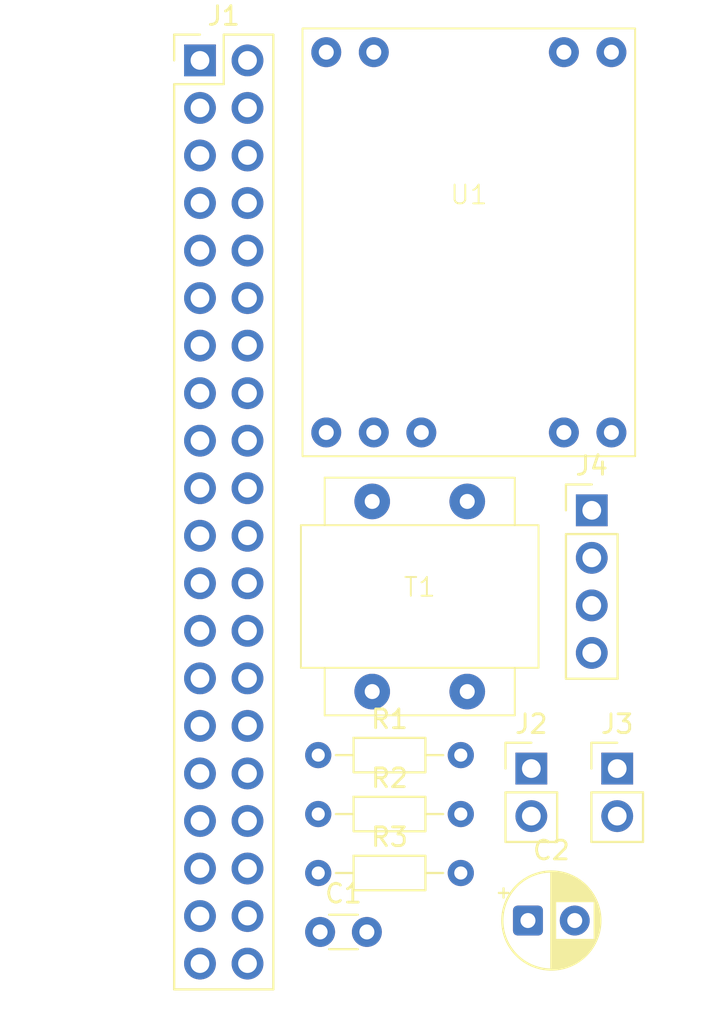
<source format=kicad_pcb>
(kicad_pcb (version 20241229) (generator "pcbnew") (generator_version "9.0")
  (layers (0 "F.Cu" signal) (2 "B.Cu" signal) (13 "F.Paste" user) (15 "B.Paste" user) (5 "F.SilkS" user "F.Silkscreen") (7 "B.SilkS" user "B.Silkscreen") (1 "F.Mask" user) (3 "B.Mask" user) (25 "Edge.Cuts" user))
  (net 0 "")
  (net 1 "GND")
  (net 2 "Net-(C1-Pad1)")
  (net 3 "Net-(U1-GND)_1")
  (net 5 "Net-(J1-Pin_18)")
  (net 14 "Net-(J1-Pin_16)")
  (net 22 "+5V")
  (net 43 "Net-(J2-Pin_1)")
  (net 44 "Net-(J3-Pin_2)")
  (net 45 "Net-(J3-Pin_1)")
  (net 46 "Net-(T1-SB)")
  (net 47 "Net-(U1-GND)")
  (net 48 "Net-(T1-SA)")
  (footprint "Resistor_THT:R_Axial_DIN0204_L3.6mm_D1.6mm_P7.62mm_Horizontal" (layer "F.Cu") (at 136.150225 115.214)
    (property "Reference" "R2" (at 3.81 -1.92 0) (layer "F.SilkS"))
    (property "Value" "R")
    (fp_line (start 0.94 0) (end 1.89 0) (stroke (width 0.12)) (layer "F.SilkS"))
    (fp_line (start 6.68 0) (end 5.73 0) (stroke (width 0.12)) (layer "F.SilkS"))
    (fp_rect (start 1.89 -0.92) (end 5.73 0.92) (stroke (width 0.12)) (fill no) (layer "F.SilkS"))
    (pad "1" thru_hole circle (at 0 0) (size 1.4 1.4) (drill 0.7) (layers "*.Cu" "*.Mask") (net 1 "GND"))
    (pad "2" thru_hole circle (at 7.62 0) (size 1.4 1.4) (drill 0.7) (layers "*.Cu" "*.Mask") (net 3 "Net-(U1-GND)_1"))
  )
  (footprint "Connector_PinHeader_2.54mm:PinHeader_1x02_P2.54mm_Vertical" (layer "F.Cu") (at 152.130225 112.784)
    (property "Reference" "J3" (at 0 -2.38 0) (layer "F.SilkS"))
    (property "Value" "Speaker")
    (fp_line (start -1.38 -1.38) (end 0 -1.38) (stroke (width 0.12)) (layer "F.SilkS"))
    (fp_line (start -1.38 0) (end -1.38 -1.38) (stroke (width 0.12)) (layer "F.SilkS"))
    (fp_line (start -1.38 1.27) (end -1.38 3.92) (stroke (width 0.12)) (layer "F.SilkS"))
    (fp_line (start -1.38 1.27) (end 1.38 1.27) (stroke (width 0.12)) (layer "F.SilkS"))
    (fp_line (start -1.38 3.92) (end 1.38 3.92) (stroke (width 0.12)) (layer "F.SilkS"))
    (fp_line (start 1.38 1.27) (end 1.38 3.92) (stroke (width 0.12)) (layer "F.SilkS"))
    (pad "1" thru_hole rect (at 0 0) (size 1.7 1.7) (drill 1) (layers "*.Cu" "*.Mask") (net 45 "Net-(J3-Pin_1)"))
    (pad "2" thru_hole circle (at 0 2.54) (size 1.7 1.7) (drill 1) (layers "*.Cu" "*.Mask") (net 44 "Net-(J3-Pin_2)"))
  )
  (footprint "JailLab:Audio Isolator" (layer "F.Cu") (at 141.575225 103.589)
    (property "Reference" "T1" (at 0 -0.5 0) (layer "F.SilkS") (effects (font (thickness 0.1))))
    (property "Value" "Audio_Isolator")
    (fp_line (start -6.35 -3.81) (end -6.35 -3.81) (stroke (width 0.1)) (layer "F.SilkS"))
    (fp_line (start -6.35 3.81) (end -6.35 -3.81) (stroke (width 0.1)) (layer "F.SilkS"))
    (fp_line (start -5.08 -6.35) (end 5.08 -6.35) (stroke (width 0.1)) (layer "F.SilkS"))
    (fp_line (start -5.08 -3.81) (end -5.08 -6.35) (stroke (width 0.1)) (layer "F.SilkS"))
    (fp_line (start -5.08 3.81) (end -5.08 6.35) (stroke (width 0.1)) (layer "F.SilkS"))
    (fp_line (start -5.08 6.35) (end 5.08 6.35) (stroke (width 0.1)) (layer "F.SilkS"))
    (fp_line (start 5.08 -6.35) (end 5.08 -3.81) (stroke (width 0.1)) (layer "F.SilkS"))
    (fp_line (start 5.08 6.35) (end 5.08 3.81) (stroke (width 0.1)) (layer "F.SilkS"))
    (fp_line (start 6.35 -3.81) (end -6.35 -3.81) (stroke (width 0.1)) (layer "F.SilkS"))
    (fp_line (start 6.35 -3.81) (end 6.35 -3.81) (stroke (width 0.1)) (layer "F.SilkS"))
    (fp_line (start 6.35 -3.81) (end 6.35 3.81) (stroke (width 0.1)) (layer "F.SilkS"))
    (fp_line (start 6.35 3.81) (end -6.35 3.81) (stroke (width 0.1)) (layer "F.SilkS"))
    (pad "1" thru_hole circle (at 2.54 -5.08) (size 1.905 1.905) (drill 0.8) (layers "*.Cu" "*.Mask") (net 14 "Net-(J1-Pin_16)"))
    (pad "2" thru_hole circle (at -2.54 -5.08) (size 1.905 1.905) (drill 0.8) (layers "*.Cu" "*.Mask") (net 1 "GND"))
    (pad "3" thru_hole circle (at -2.54 5.08) (size 1.905 1.905) (drill 0.8) (layers "*.Cu" "*.Mask") (net 48 "Net-(T1-SA)"))
    (pad "4" thru_hole circle (at 2.54 5.08) (size 1.905 1.905) (drill 0.8) (layers "*.Cu" "*.Mask") (net 46 "Net-(T1-SB)"))
  )
  (footprint "JailLab:PAM8403 Module" (layer "F.Cu") (at 144.200225 84.664)
    (property "Reference" "U1" (at 0 -2.54 0) (layer "F.SilkS") (effects (font (thickness 0.1))))
    (property "Value" "~")
    (fp_rect (start -8.89 -11.43) (end 8.89 11.43) (stroke (width 0.1)) (fill no) (layer "F.SilkS"))
    (pad "1" thru_hole circle (at -7.62 10.16) (size 1.6 1.6) (drill 0.8) (layers "*.Cu" "*.Mask") (net 3 "Net-(U1-GND)_1"))
    (pad "2" thru_hole circle (at -5.08 10.16) (size 1.6 1.6) (drill 0.8) (layers "*.Cu" "*.Mask") (net 48 "Net-(T1-SA)"))
    (pad "3" thru_hole circle (at -2.54 10.16) (size 1.6 1.6) (drill 0.8) (layers "*.Cu" "*.Mask"))
    (pad "4" thru_hole circle (at 5.08 10.16) (size 1.6 1.6) (drill 0.8) (layers "*.Cu" "*.Mask") (net 22 "+5V"))
    (pad "5" thru_hole circle (at 7.62 10.16) (size 1.6 1.6) (drill 0.8) (layers "*.Cu" "*.Mask") (net 1 "GND"))
    (pad "6" thru_hole circle (at -7.62 -10.16) (size 1.6 1.6) (drill 0.8) (layers "*.Cu" "*.Mask") (net 44 "Net-(J3-Pin_2)"))
    (pad "7" thru_hole circle (at -5.08 -10.16) (size 1.6 1.6) (drill 0.8) (layers "*.Cu" "*.Mask") (net 47 "Net-(U1-GND)"))
    (pad "8" thru_hole circle (at 5.08 -10.16) (size 1.6 1.6) (drill 0.8) (layers "*.Cu" "*.Mask"))
    (pad "9" thru_hole circle (at 7.62 -10.16) (size 1.6 1.6) (drill 0.8) (layers "*.Cu" "*.Mask"))
  )
  (footprint "Connector_PinHeader_2.54mm:PinHeader_1x04_P2.54mm_Vertical" (layer "F.Cu") (at 150.770225 98.984)
    (property "Reference" "J4" (at 0 -2.38 0) (layer "F.SilkS"))
    (property "Value" "To Video Module")
    (fp_line (start -1.38 -1.38) (end 0 -1.38) (stroke (width 0.12)) (layer "F.SilkS"))
    (fp_line (start -1.38 0) (end -1.38 -1.38) (stroke (width 0.12)) (layer "F.SilkS"))
    (fp_line (start -1.38 1.27) (end -1.38 9) (stroke (width 0.12)) (layer "F.SilkS"))
    (fp_line (start -1.38 1.27) (end 1.38 1.27) (stroke (width 0.12)) (layer "F.SilkS"))
    (fp_line (start -1.38 9) (end 1.38 9) (stroke (width 0.12)) (layer "F.SilkS"))
    (fp_line (start 1.38 1.27) (end 1.38 9) (stroke (width 0.12)) (layer "F.SilkS"))
    (pad "1" thru_hole rect (at 0 0) (size 1.7 1.7) (drill 1) (layers "*.Cu" "*.Mask") (net 22 "+5V"))
    (pad "2" thru_hole circle (at 0 2.54) (size 1.7 1.7) (drill 1) (layers "*.Cu" "*.Mask") (net 5 "Net-(J1-Pin_18)"))
    (pad "3" thru_hole circle (at 0 5.08) (size 1.7 1.7) (drill 1) (layers "*.Cu" "*.Mask") (net 1 "GND"))
    (pad "4" thru_hole circle (at 0 7.62) (size 1.7 1.7) (drill 1) (layers "*.Cu" "*.Mask") (net 43 "Net-(J2-Pin_1)"))
  )
  (footprint "Resistor_THT:R_Axial_DIN0204_L3.6mm_D1.6mm_P7.62mm_Horizontal" (layer "F.Cu") (at 136.150225 112.064)
    (property "Reference" "R1" (at 3.81 -1.92 0) (layer "F.SilkS"))
    (property "Value" "R")
    (fp_line (start 0.94 0) (end 1.89 0) (stroke (width 0.12)) (layer "F.SilkS"))
    (fp_line (start 6.68 0) (end 5.73 0) (stroke (width 0.12)) (layer "F.SilkS"))
    (fp_rect (start 1.89 -0.92) (end 5.73 0.92) (stroke (width 0.12)) (fill no) (layer "F.SilkS"))
    (pad "1" thru_hole circle (at 0 0) (size 1.4 1.4) (drill 0.7) (layers "*.Cu" "*.Mask") (net 46 "Net-(T1-SB)"))
    (pad "2" thru_hole circle (at 7.62 0) (size 1.4 1.4) (drill 0.7) (layers "*.Cu" "*.Mask") (net 2 "Net-(C1-Pad1)"))
  )
  (footprint "Connector_PinHeader_2.54mm:PinHeader_2x20_P2.54mm_Vertical" (layer "F.Cu") (at 129.830225 74.944)
    (property "Reference" "J1" (at 1.27 -2.38 0) (layer "F.SilkS"))
    (property "Value" "Conn_02x20_Counter_Clockwise")
    (fp_line (start -1.38 -1.38) (end 0 -1.38) (stroke (width 0.12)) (layer "F.SilkS"))
    (fp_line (start -1.38 0) (end -1.38 -1.38) (stroke (width 0.12)) (layer "F.SilkS"))
    (fp_line (start -1.38 1.27) (end -1.38 49.64) (stroke (width 0.12)) (layer "F.SilkS"))
    (fp_line (start -1.38 1.27) (end 1.27 1.27) (stroke (width 0.12)) (layer "F.SilkS"))
    (fp_line (start -1.38 49.64) (end 3.92 49.64) (stroke (width 0.12)) (layer "F.SilkS"))
    (fp_line (start 1.27 -1.38) (end 3.92 -1.38) (stroke (width 0.12)) (layer "F.SilkS"))
    (fp_line (start 1.27 1.27) (end 1.27 -1.38) (stroke (width 0.12)) (layer "F.SilkS"))
    (fp_line (start 3.92 -1.38) (end 3.92 49.64) (stroke (width 0.12)) (layer "F.SilkS"))
    (pad "1" thru_hole rect (at 0 0) (size 1.7 1.7) (drill 1) (layers "*.Cu" "*.Mask") (net 22 "+5V"))
    (pad "2" thru_hole circle (at 2.54 0) (size 1.7 1.7) (drill 1) (layers "*.Cu" "*.Mask"))
    (pad "3" thru_hole circle (at 0 2.54) (size 1.7 1.7) (drill 1) (layers "*.Cu" "*.Mask") (net 1 "GND"))
    (pad "4" thru_hole circle (at 2.54 2.54) (size 1.7 1.7) (drill 1) (layers "*.Cu" "*.Mask"))
    (pad "5" thru_hole circle (at 0 5.08) (size 1.7 1.7) (drill 1) (layers "*.Cu" "*.Mask"))
    (pad "6" thru_hole circle (at 2.54 5.08) (size 1.7 1.7) (drill 1) (layers "*.Cu" "*.Mask"))
    (pad "7" thru_hole circle (at 0 7.62) (size 1.7 1.7) (drill 1) (layers "*.Cu" "*.Mask"))
    (pad "8" thru_hole circle (at 2.54 7.62) (size 1.7 1.7) (drill 1) (layers "*.Cu" "*.Mask"))
    (pad "9" thru_hole circle (at 0 10.16) (size 1.7 1.7) (drill 1) (layers "*.Cu" "*.Mask"))
    (pad "10" thru_hole circle (at 2.54 10.16) (size 1.7 1.7) (drill 1) (layers "*.Cu" "*.Mask"))
    (pad "11" thru_hole circle (at 0 12.7) (size 1.7 1.7) (drill 1) (layers "*.Cu" "*.Mask"))
    (pad "12" thru_hole circle (at 2.54 12.7) (size 1.7 1.7) (drill 1) (layers "*.Cu" "*.Mask"))
    (pad "13" thru_hole circle (at 0 15.24) (size 1.7 1.7) (drill 1) (layers "*.Cu" "*.Mask"))
    (pad "14" thru_hole circle (at 2.54 15.24) (size 1.7 1.7) (drill 1) (layers "*.Cu" "*.Mask"))
    (pad "15" thru_hole circle (at 0 17.78) (size 1.7 1.7) (drill 1) (layers "*.Cu" "*.Mask"))
    (pad "16" thru_hole circle (at 2.54 17.78) (size 1.7 1.7) (drill 1) (layers "*.Cu" "*.Mask") (net 14 "Net-(J1-Pin_16)"))
    (pad "17" thru_hole circle (at 0 20.32) (size 1.7 1.7) (drill 1) (layers "*.Cu" "*.Mask"))
    (pad "18" thru_hole circle (at 2.54 20.32) (size 1.7 1.7) (drill 1) (layers "*.Cu" "*.Mask") (net 5 "Net-(J1-Pin_18)"))
    (pad "19" thru_hole circle (at 0 22.86) (size 1.7 1.7) (drill 1) (layers "*.Cu" "*.Mask"))
    (pad "20" thru_hole circle (at 2.54 22.86) (size 1.7 1.7) (drill 1) (layers "*.Cu" "*.Mask"))
    (pad "21" thru_hole circle (at 0 25.4) (size 1.7 1.7) (drill 1) (layers "*.Cu" "*.Mask"))
    (pad "22" thru_hole circle (at 2.54 25.4) (size 1.7 1.7) (drill 1) (layers "*.Cu" "*.Mask"))
    (pad "23" thru_hole circle (at 0 27.94) (size 1.7 1.7) (drill 1) (layers "*.Cu" "*.Mask"))
    (pad "24" thru_hole circle (at 2.54 27.94) (size 1.7 1.7) (drill 1) (layers "*.Cu" "*.Mask"))
    (pad "25" thru_hole circle (at 0 30.48) (size 1.7 1.7) (drill 1) (layers "*.Cu" "*.Mask"))
    (pad "26" thru_hole circle (at 2.54 30.48) (size 1.7 1.7) (drill 1) (layers "*.Cu" "*.Mask"))
    (pad "27" thru_hole circle (at 0 33.02) (size 1.7 1.7) (drill 1) (layers "*.Cu" "*.Mask"))
    (pad "28" thru_hole circle (at 2.54 33.02) (size 1.7 1.7) (drill 1) (layers "*.Cu" "*.Mask"))
    (pad "29" thru_hole circle (at 0 35.56) (size 1.7 1.7) (drill 1) (layers "*.Cu" "*.Mask"))
    (pad "30" thru_hole circle (at 2.54 35.56) (size 1.7 1.7) (drill 1) (layers "*.Cu" "*.Mask"))
    (pad "31" thru_hole circle (at 0 38.1) (size 1.7 1.7) (drill 1) (layers "*.Cu" "*.Mask"))
    (pad "32" thru_hole circle (at 2.54 38.1) (size 1.7 1.7) (drill 1) (layers "*.Cu" "*.Mask"))
    (pad "33" thru_hole circle (at 0 40.64) (size 1.7 1.7) (drill 1) (layers "*.Cu" "*.Mask"))
    (pad "34" thru_hole circle (at 2.54 40.64) (size 1.7 1.7) (drill 1) (layers "*.Cu" "*.Mask"))
    (pad "35" thru_hole circle (at 0 43.18) (size 1.7 1.7) (drill 1) (layers "*.Cu" "*.Mask"))
    (pad "36" thru_hole circle (at 2.54 43.18) (size 1.7 1.7) (drill 1) (layers "*.Cu" "*.Mask"))
    (pad "37" thru_hole circle (at 0 45.72) (size 1.7 1.7) (drill 1) (layers "*.Cu" "*.Mask"))
    (pad "38" thru_hole circle (at 2.54 45.72) (size 1.7 1.7) (drill 1) (layers "*.Cu" "*.Mask"))
    (pad "39" thru_hole circle (at 0 48.26) (size 1.7 1.7) (drill 1) (layers "*.Cu" "*.Mask"))
    (pad "40" thru_hole circle (at 2.54 48.26) (size 1.7 1.7) (drill 1) (layers "*.Cu" "*.Mask"))
  )
  (footprint "Capacitor_THT:CP_Radial_D5.0mm_P2.50mm" (layer "F.Cu") (at 147.36 120.904)
    (property "Reference" "C2" (at 1.25 -3.75 0) (layer "F.SilkS"))
    (property "Value" "C_Polarized")
    (fp_line (start -1.554775 -1.475) (end -1.054775 -1.475) (stroke (width 0.12)) (layer "F.SilkS"))
    (fp_line (start -1.304775 -1.725) (end -1.304775 -1.225) (stroke (width 0.12)) (layer "F.SilkS"))
    (fp_line (start 1.25 -2.58) (end 1.25 2.58) (stroke (width 0.12)) (layer "F.SilkS"))
    (fp_line (start 1.29 -2.58) (end 1.29 2.58) (stroke (width 0.12)) (layer "F.SilkS"))
    (fp_line (start 1.33 -2.579) (end 1.33 2.579) (stroke (width 0.12)) (layer "F.SilkS"))
    (fp_line (start 1.37 -2.577) (end 1.37 2.577) (stroke (width 0.12)) (layer "F.SilkS"))
    (fp_line (start 1.41 -2.575) (end 1.41 2.575) (stroke (width 0.12)) (layer "F.SilkS"))
    (fp_line (start 1.45 -2.572) (end 1.45 2.572) (stroke (width 0.12)) (layer "F.SilkS"))
    (fp_line (start 1.49 -2.569) (end 1.49 -1.04) (stroke (width 0.12)) (layer "F.SilkS"))
    (fp_line (start 1.49 1.04) (end 1.49 2.569) (stroke (width 0.12)) (layer "F.SilkS"))
    (fp_line (start 1.53 -2.565) (end 1.53 -1.04) (stroke (width 0.12)) (layer "F.SilkS"))
    (fp_line (start 1.53 1.04) (end 1.53 2.565) (stroke (width 0.12)) (layer "F.SilkS"))
    (fp_line (start 1.57 -2.56) (end 1.57 -1.04) (stroke (width 0.12)) (layer "F.SilkS"))
    (fp_line (start 1.57 1.04) (end 1.57 2.56) (stroke (width 0.12)) (layer "F.SilkS"))
    (fp_line (start 1.61 -2.555) (end 1.61 -1.04) (stroke (width 0.12)) (layer "F.SilkS"))
    (fp_line (start 1.61 1.04) (end 1.61 2.555) (stroke (width 0.12)) (layer "F.SilkS"))
    (fp_line (start 1.65 -2.549) (end 1.65 -1.04) (stroke (width 0.12)) (layer "F.SilkS"))
    (fp_line (start 1.65 1.04) (end 1.65 2.549) (stroke (width 0.12)) (layer "F.SilkS"))
    (fp_line (start 1.69 -2.543) (end 1.69 -1.04) (stroke (width 0.12)) (layer "F.SilkS"))
    (fp_line (start 1.69 1.04) (end 1.69 2.543) (stroke (width 0.12)) (layer "F.SilkS"))
    (fp_line (start 1.73 -2.536) (end 1.73 -1.04) (stroke (width 0.12)) (layer "F.SilkS"))
    (fp_line (start 1.73 1.04) (end 1.73 2.536) (stroke (width 0.12)) (layer "F.SilkS"))
    (fp_line (start 1.77 -2.528) (end 1.77 -1.04) (stroke (width 0.12)) (layer "F.SilkS"))
    (fp_line (start 1.77 1.04) (end 1.77 2.528) (stroke (width 0.12)) (layer "F.SilkS"))
    (fp_line (start 1.81 -2.519) (end 1.81 -1.04) (stroke (width 0.12)) (layer "F.SilkS"))
    (fp_line (start 1.81 1.04) (end 1.81 2.519) (stroke (width 0.12)) (layer "F.SilkS"))
    (fp_line (start 1.85 -2.51) (end 1.85 -1.04) (stroke (width 0.12)) (layer "F.SilkS"))
    (fp_line (start 1.85 1.04) (end 1.85 2.51) (stroke (width 0.12)) (layer "F.SilkS"))
    (fp_line (start 1.89 -2.501) (end 1.89 -1.04) (stroke (width 0.12)) (layer "F.SilkS"))
    (fp_line (start 1.89 1.04) (end 1.89 2.501) (stroke (width 0.12)) (layer "F.SilkS"))
    (fp_line (start 1.93 -2.49) (end 1.93 -1.04) (stroke (width 0.12)) (layer "F.SilkS"))
    (fp_line (start 1.93 1.04) (end 1.93 2.49) (stroke (width 0.12)) (layer "F.SilkS"))
    (fp_line (start 1.97 -2.479) (end 1.97 -1.04) (stroke (width 0.12)) (layer "F.SilkS"))
    (fp_line (start 1.97 1.04) (end 1.97 2.479) (stroke (width 0.12)) (layer "F.SilkS"))
    (fp_line (start 2.01 -2.467) (end 2.01 -1.04) (stroke (width 0.12)) (layer "F.SilkS"))
    (fp_line (start 2.01 1.04) (end 2.01 2.467) (stroke (width 0.12)) (layer "F.SilkS"))
    (fp_line (start 2.05 -2.455) (end 2.05 -1.04) (stroke (width 0.12)) (layer "F.SilkS"))
    (fp_line (start 2.05 1.04) (end 2.05 2.455) (stroke (width 0.12)) (layer "F.SilkS"))
    (fp_line (start 2.09 -2.442) (end 2.09 -1.04) (stroke (width 0.12)) (layer "F.SilkS"))
    (fp_line (start 2.09 1.04) (end 2.09 2.442) (stroke (width 0.12)) (layer "F.SilkS"))
    (fp_line (start 2.13 -2.428) (end 2.13 -1.04) (stroke (width 0.12)) (layer "F.SilkS"))
    (fp_line (start 2.13 1.04) (end 2.13 2.428) (stroke (width 0.12)) (layer "F.SilkS"))
    (fp_line (start 2.17 -2.413) (end 2.17 -1.04) (stroke (width 0.12)) (layer "F.SilkS"))
    (fp_line (start 2.17 1.04) (end 2.17 2.413) (stroke (width 0.12)) (layer "F.SilkS"))
    (fp_line (start 2.21 -2.398) (end 2.21 -1.04) (stroke (width 0.12)) (layer "F.SilkS"))
    (fp_line (start 2.21 1.04) (end 2.21 2.398) (stroke (width 0.12)) (layer "F.SilkS"))
    (fp_line (start 2.25 -2.382) (end 2.25 -1.04) (stroke (width 0.12)) (layer "F.SilkS"))
    (fp_line (start 2.25 1.04) (end 2.25 2.382) (stroke (width 0.12)) (layer "F.SilkS"))
    (fp_line (start 2.29 -2.365) (end 2.29 -1.04) (stroke (width 0.12)) (layer "F.SilkS"))
    (fp_line (start 2.29 1.04) (end 2.29 2.365) (stroke (width 0.12)) (layer "F.SilkS"))
    (fp_line (start 2.33 -2.347) (end 2.33 -1.04) (stroke (width 0.12)) (layer "F.SilkS"))
    (fp_line (start 2.33 1.04) (end 2.33 2.347) (stroke (width 0.12)) (layer "F.SilkS"))
    (fp_line (start 2.37 -2.329) (end 2.37 -1.04) (stroke (width 0.12)) (layer "F.SilkS"))
    (fp_line (start 2.37 1.04) (end 2.37 2.329) (stroke (width 0.12)) (layer "F.SilkS"))
    (fp_line (start 2.41 -2.309) (end 2.41 -1.04) (stroke (width 0.12)) (layer "F.SilkS"))
    (fp_line (start 2.41 1.04) (end 2.41 2.309) (stroke (width 0.12)) (layer "F.SilkS"))
    (fp_line (start 2.45 -2.289) (end 2.45 -1.04) (stroke (width 0.12)) (layer "F.SilkS"))
    (fp_line (start 2.45 1.04) (end 2.45 2.289) (stroke (width 0.12)) (layer "F.SilkS"))
    (fp_line (start 2.49 -2.268) (end 2.49 -1.04) (stroke (width 0.12)) (layer "F.SilkS"))
    (fp_line (start 2.49 1.04) (end 2.49 2.268) (stroke (width 0.12)) (layer "F.SilkS"))
    (fp_line (start 2.53 -2.246) (end 2.53 -1.04) (stroke (width 0.12)) (layer "F.SilkS"))
    (fp_line (start 2.53 1.04) (end 2.53 2.246) (stroke (width 0.12)) (layer "F.SilkS"))
    (fp_line (start 2.57 -2.223) (end 2.57 -1.04) (stroke (width 0.12)) (layer "F.SilkS"))
    (fp_line (start 2.57 1.04) (end 2.57 2.223) (stroke (width 0.12)) (layer "F.SilkS"))
    (fp_line (start 2.61 -2.199) (end 2.61 -1.04) (stroke (width 0.12)) (layer "F.SilkS"))
    (fp_line (start 2.61 1.04) (end 2.61 2.199) (stroke (width 0.12)) (layer "F.SilkS"))
    (fp_line (start 2.65 -2.175) (end 2.65 -1.04) (stroke (width 0.12)) (layer "F.SilkS"))
    (fp_line (start 2.65 1.04) (end 2.65 2.175) (stroke (width 0.12)) (layer "F.SilkS"))
    (fp_line (start 2.69 -2.149) (end 2.69 -1.04) (stroke (width 0.12)) (layer "F.SilkS"))
    (fp_line (start 2.69 1.04) (end 2.69 2.149) (stroke (width 0.12)) (layer "F.SilkS"))
    (fp_line (start 2.73 -2.122) (end 2.73 -1.04) (stroke (width 0.12)) (layer "F.SilkS"))
    (fp_line (start 2.73 1.04) (end 2.73 2.122) (stroke (width 0.12)) (layer "F.SilkS"))
    (fp_line (start 2.77 -2.094) (end 2.77 -1.04) (stroke (width 0.12)) (layer "F.SilkS"))
    (fp_line (start 2.77 1.04) (end 2.77 2.094) (stroke (width 0.12)) (layer "F.SilkS"))
    (fp_line (start 2.81 -2.065) (end 2.81 -1.04) (stroke (width 0.12)) (layer "F.SilkS"))
    (fp_line (start 2.81 1.04) (end 2.81 2.065) (stroke (width 0.12)) (layer "F.SilkS"))
    (fp_line (start 2.85 -2.035) (end 2.85 -1.04) (stroke (width 0.12)) (layer "F.SilkS"))
    (fp_line (start 2.85 1.04) (end 2.85 2.035) (stroke (width 0.12)) (layer "F.SilkS"))
    (fp_line (start 2.89 -2.003) (end 2.89 -1.04) (stroke (width 0.12)) (layer "F.SilkS"))
    (fp_line (start 2.89 1.04) (end 2.89 2.003) (stroke (width 0.12)) (layer "F.SilkS"))
    (fp_line (start 2.93 -1.97) (end 2.93 -1.04) (stroke (width 0.12)) (layer "F.SilkS"))
    (fp_line (start 2.93 1.04) (end 2.93 1.97) (stroke (width 0.12)) (layer "F.SilkS"))
    (fp_line (start 2.97 -1.936) (end 2.97 -1.04) (stroke (width 0.12)) (layer "F.SilkS"))
    (fp_line (start 2.97 1.04) (end 2.97 1.936) (stroke (width 0.12)) (layer "F.SilkS"))
    (fp_line (start 3.01 -1.901) (end 3.01 -1.04) (stroke (width 0.12)) (layer "F.SilkS"))
    (fp_line (start 3.01 1.04) (end 3.01 1.901) (stroke (width 0.12)) (layer "F.SilkS"))
    (fp_line (start 3.05 -1.864) (end 3.05 -1.04) (stroke (width 0.12)) (layer "F.SilkS"))
    (fp_line (start 3.05 1.04) (end 3.05 1.864) (stroke (width 0.12)) (layer "F.SilkS"))
    (fp_line (start 3.09 -1.825) (end 3.09 -1.04) (stroke (width 0.12)) (layer "F.SilkS"))
    (fp_line (start 3.09 1.04) (end 3.09 1.825) (stroke (width 0.12)) (layer "F.SilkS"))
    (fp_line (start 3.13 -1.785) (end 3.13 -1.04) (stroke (width 0.12)) (layer "F.SilkS"))
    (fp_line (start 3.13 1.04) (end 3.13 1.785) (stroke (width 0.12)) (layer "F.SilkS"))
    (fp_line (start 3.17 -1.743) (end 3.17 -1.04) (stroke (width 0.12)) (layer "F.SilkS"))
    (fp_line (start 3.17 1.04) (end 3.17 1.743) (stroke (width 0.12)) (layer "F.SilkS"))
    (fp_line (start 3.21 -1.699) (end 3.21 -1.04) (stroke (width 0.12)) (layer "F.SilkS"))
    (fp_line (start 3.21 1.04) (end 3.21 1.699) (stroke (width 0.12)) (layer "F.SilkS"))
    (fp_line (start 3.25 -1.652) (end 3.25 -1.04) (stroke (width 0.12)) (layer "F.SilkS"))
    (fp_line (start 3.25 1.04) (end 3.25 1.652) (stroke (width 0.12)) (layer "F.SilkS"))
    (fp_line (start 3.29 -1.604) (end 3.29 -1.04) (stroke (width 0.12)) (layer "F.SilkS"))
    (fp_line (start 3.29 1.04) (end 3.29 1.604) (stroke (width 0.12)) (layer "F.SilkS"))
    (fp_line (start 3.33 -1.553) (end 3.33 -1.04) (stroke (width 0.12)) (layer "F.SilkS"))
    (fp_line (start 3.33 1.04) (end 3.33 1.553) (stroke (width 0.12)) (layer "F.SilkS"))
    (fp_line (start 3.37 -1.499) (end 3.37 -1.04) (stroke (width 0.12)) (layer "F.SilkS"))
    (fp_line (start 3.37 1.04) (end 3.37 1.499) (stroke (width 0.12)) (layer "F.SilkS"))
    (fp_line (start 3.41 -1.443) (end 3.41 -1.04) (stroke (width 0.12)) (layer "F.SilkS"))
    (fp_line (start 3.41 1.04) (end 3.41 1.443) (stroke (width 0.12)) (layer "F.SilkS"))
    (fp_line (start 3.45 -1.383) (end 3.45 -1.04) (stroke (width 0.12)) (layer "F.SilkS"))
    (fp_line (start 3.45 1.04) (end 3.45 1.383) (stroke (width 0.12)) (layer "F.SilkS"))
    (fp_line (start 3.49 -1.319) (end 3.49 -1.04) (stroke (width 0.12)) (layer "F.SilkS"))
    (fp_line (start 3.49 1.04) (end 3.49 1.319) (stroke (width 0.12)) (layer "F.SilkS"))
    (fp_line (start 3.53 -1.251) (end 3.53 -1.04) (stroke (width 0.12)) (layer "F.SilkS"))
    (fp_line (start 3.53 1.04) (end 3.53 1.251) (stroke (width 0.12)) (layer "F.SilkS"))
    (fp_line (start 3.57 -1.177) (end 3.57 1.177) (stroke (width 0.12)) (layer "F.SilkS"))
    (fp_line (start 3.61 -1.098) (end 3.61 1.098) (stroke (width 0.12)) (layer "F.SilkS"))
    (fp_line (start 3.65 -1.011) (end 3.65 1.011) (stroke (width 0.12)) (layer "F.SilkS"))
    (fp_line (start 3.69 -0.914) (end 3.69 0.914) (stroke (width 0.12)) (layer "F.SilkS"))
    (fp_line (start 3.73 -0.805) (end 3.73 0.805) (stroke (width 0.12)) (layer "F.SilkS"))
    (fp_line (start 3.77 -0.677) (end 3.77 0.677) (stroke (width 0.12)) (layer "F.SilkS"))
    (fp_line (start 3.81 -0.517) (end 3.81 0.517) (stroke (width 0.12)) (layer "F.SilkS"))
    (fp_line (start 3.85 -0.283) (end 3.85 0.283) (stroke (width 0.12)) (layer "F.SilkS"))
    (fp_circle (center 1.25 0) (end 3.87 0) (stroke (width 0.12)) (fill no) (layer "F.SilkS"))
    (pad "1" thru_hole roundrect (at 0 0) (size 1.6 1.6) (drill 0.8) (layers "*.Cu" "*.Mask") (roundrect_rratio 0.15625) (net 2 "Net-(C1-Pad1)"))
    (pad "2" thru_hole circle (at 2.5 0) (size 1.6 1.6) (drill 0.8) (layers "*.Cu" "*.Mask") (net 3 "Net-(U1-GND)_1"))
  )
  (footprint "Connector_PinHeader_2.54mm:PinHeader_1x02_P2.54mm_Vertical" (layer "F.Cu") (at 147.540225 112.784)
    (property "Reference" "J2" (at 0 -2.38 0) (layer "F.SilkS"))
    (property "Value" "Composite Signal")
    (fp_line (start -1.38 -1.38) (end 0 -1.38) (stroke (width 0.12)) (layer "F.SilkS"))
    (fp_line (start -1.38 0) (end -1.38 -1.38) (stroke (width 0.12)) (layer "F.SilkS"))
    (fp_line (start -1.38 1.27) (end -1.38 3.92) (stroke (width 0.12)) (layer "F.SilkS"))
    (fp_line (start -1.38 1.27) (end 1.38 1.27) (stroke (width 0.12)) (layer "F.SilkS"))
    (fp_line (start -1.38 3.92) (end 1.38 3.92) (stroke (width 0.12)) (layer "F.SilkS"))
    (fp_line (start 1.38 1.27) (end 1.38 3.92) (stroke (width 0.12)) (layer "F.SilkS"))
    (pad "1" thru_hole rect (at 0 0) (size 1.7 1.7) (drill 1) (layers "*.Cu" "*.Mask") (net 43 "Net-(J2-Pin_1)"))
    (pad "2" thru_hole circle (at 0 2.54) (size 1.7 1.7) (drill 1) (layers "*.Cu" "*.Mask") (net 1 "GND"))
  )
  (footprint "Resistor_THT:R_Axial_DIN0204_L3.6mm_D1.6mm_P7.62mm_Horizontal" (layer "F.Cu") (at 136.150225 118.364)
    (property "Reference" "R3" (at 3.81 -1.92 0) (layer "F.SilkS"))
    (property "Value" "R")
    (fp_line (start 0.94 0) (end 1.89 0) (stroke (width 0.12)) (layer "F.SilkS"))
    (fp_line (start 6.68 0) (end 5.73 0) (stroke (width 0.12)) (layer "F.SilkS"))
    (fp_rect (start 1.89 -0.92) (end 5.73 0.92) (stroke (width 0.12)) (fill no) (layer "F.SilkS"))
    (pad "1" thru_hole circle (at 0 0) (size 1.4 1.4) (drill 0.7) (layers "*.Cu" "*.Mask") (net 47 "Net-(U1-GND)"))
    (pad "2" thru_hole circle (at 7.62 0) (size 1.4 1.4) (drill 0.7) (layers "*.Cu" "*.Mask") (net 45 "Net-(J3-Pin_1)"))
  )
  (footprint "Capacitor_THT:C_Disc_D3.0mm_W1.6mm_P2.50mm" (layer "F.Cu") (at 136.250225 121.514)
    (property "Reference" "C1" (at 1.25 -2.05 0) (layer "F.SilkS"))
    (property "Value" "C")
    (fp_line (start 0.485 -0.92) (end 2.015 -0.92) (stroke (width 0.12)) (layer "F.SilkS"))
    (fp_line (start 2.015 0.92) (end 0.485 0.92) (stroke (width 0.12)) (layer "F.SilkS"))
    (pad "1" thru_hole circle (at 0 0) (size 1.6 1.6) (drill 0.8) (layers "*.Cu" "*.Mask") (net 2 "Net-(C1-Pad1)"))
    (pad "2" thru_hole circle (at 2.5 0) (size 1.6 1.6) (drill 0.8) (layers "*.Cu" "*.Mask") (net 1 "GND"))
  )
)
</source>
